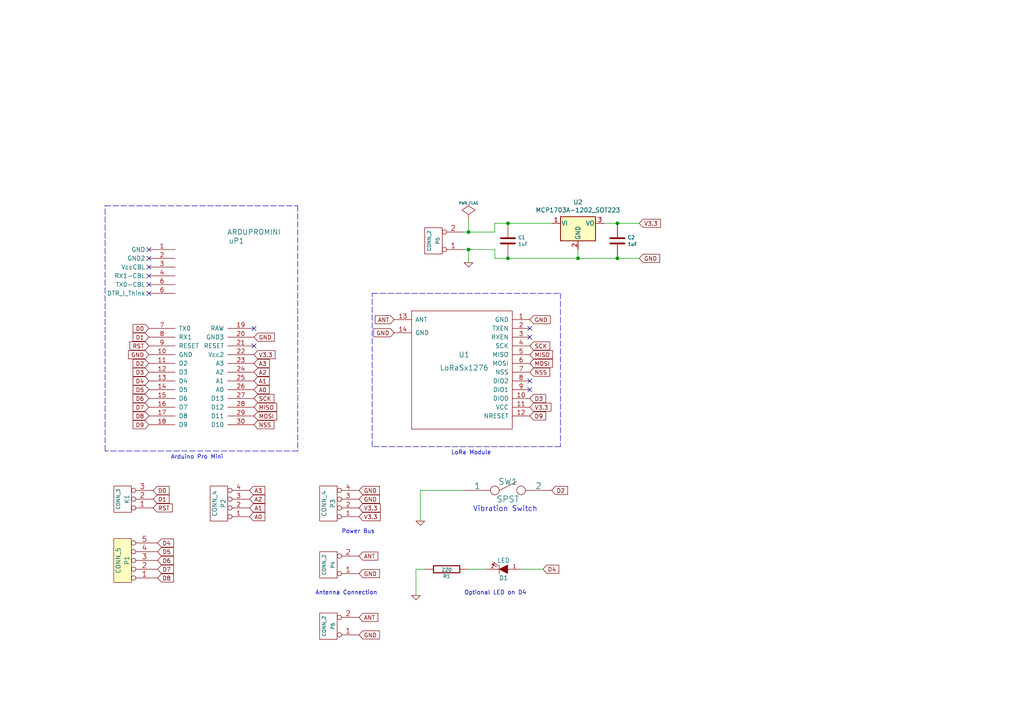
<source format=kicad_sch>
(kicad_sch (version 20231120) (generator "eeschema") (generator_version "8.0")
  (paper "A4")
  (title_block (title "RatTrapSensorPCB") (date "2020-06-30") (rev "1.3") (company "Quentin McDonald") (comment 1 "PCB for transmitter of LoRa rat trap sensor"))
  (lib_symbols
    (symbol "DQM:ARDUPROMINI" (pin_names (offset 1.016))
      (property "Reference" "uP" (at -5.08 -2.54 0))
      (property "Value" "ARDUPROMINI" (at 0 0 0))
      (symbol "ARDUPROMINI_1_1"
        (pin unspecified line (at -22.86 -5.08 180) (length 7.62) (name "GND") (number "1"))
        (pin unspecified line (at -30.48 -35.56 0) (length 7.62) (name "GND") (number "10"))
        (pin bidirectional line (at -30.48 -38.1 0) (length 7.62) (name "D2") (number "11"))
        (pin bidirectional line (at -30.48 -40.64 0) (length 7.62) (name "D3") (number "12"))
        (pin bidirectional line (at -30.48 -43.18 0) (length 7.62) (name "D4") (number "13"))
        (pin bidirectional line (at -30.48 -45.72 0) (length 7.62) (name "D5") (number "14"))
        (pin bidirectional line (at -30.48 -48.26 0) (length 7.62) (name "D6") (number "15"))
        (pin bidirectional line (at -30.48 -50.8 0) (length 7.62) (name "D7") (number "16"))
        (pin bidirectional line (at -30.48 -53.34 0) (length 7.62) (name "D8") (number "17"))
        (pin bidirectional line (at -30.48 -55.88 0) (length 7.62) (name "D9") (number "18"))
        (pin unspecified line (at 0 -27.94 180) (length 7.62) (name "RAW") (number "19"))
        (pin unspecified line (at -22.86 -7.62 180) (length 7.62) (name "GND2") (number "2"))
        (pin unspecified line (at 0 -30.48 180) (length 7.62) (name "GND3") (number "20"))
        (pin input line (at 0 -33.02 180) (length 7.62) (name "RESET") (number "21"))
        (pin unspecified line (at 0 -35.56 180) (length 7.62) (name "Vcc2") (number "22"))
        (pin bidirectional line (at 0 -38.1 180) (length 7.62) (name "A3") (number "23"))
        (pin bidirectional line (at 0 -40.64 180) (length 7.62) (name "A2") (number "24"))
        (pin bidirectional line (at 0 -43.18 180) (length 7.62) (name "A1") (number "25"))
        (pin bidirectional line (at 0 -45.72 180) (length 7.62) (name "A0") (number "26"))
        (pin bidirectional line (at 0 -48.26 180) (length 7.62) (name "D13") (number "27"))
        (pin input line (at 0 -50.8 180) (length 7.62) (name "D12") (number "28"))
        (pin bidirectional line (at 0 -53.34 180) (length 7.62) (name "D11") (number "29"))
        (pin power_in line (at -22.86 -10.16 180) (length 7.62) (name "VccCBL") (number "3"))
        (pin bidirectional line (at 0 -55.88 180) (length 7.62) (name "D10") (number "30"))
        (pin unspecified line (at -22.86 -12.7 180) (length 7.62) (name "RX1-CBL") (number "4"))
        (pin unspecified line (at -22.86 -17.78 180) (length 7.62) (name "DTR_I_Think") (number "6"))
        (pin unspecified line (at -22.86 -15.24 180) (length 7.62) (name "TX0-CBL") (number "6"))
        (pin bidirectional line (at -30.48 -27.94 0) (length 7.62) (name "TX0") (number "7"))
        (pin bidirectional line (at -30.48 -30.48 0) (length 7.62) (name "RX1") (number "8"))
        (pin input line (at -30.48 -33.02 0) (length 7.62) (name "RESET") (number "9"))
      )
    )
    (symbol "DQM:LoRaSx1276" (pin_names (offset 1.016))
      (property "Reference" "U" (at 0 0 0))
      (property "Value" "LoRaSx1276" (at 0 -2.54 0))
      (symbol "LoRaSx1276_0_1"
        (rectangle (start 13.97 16.51) (end -15.24 -17.78))
      )
      (symbol "LoRaSx1276_1_1"
        (pin input line (at 19.05 13.97 180) (length 5.08) (name "GND") (number "1"))
        (pin input line (at 19.05 -8.89 180) (length 5.08) (name "DIO0") (number "10"))
        (pin input line (at 19.05 -11.43 180) (length 5.08) (name "VCC") (number "11"))
        (pin input line (at 19.05 -13.97 180) (length 5.08) (name "NRESET") (number "12"))
        (pin input line (at -20.32 13.97 0) (length 5.08) (name "ANT") (number "13"))
        (pin input line (at -20.32 10.16 0) (length 5.08) (name "GND") (number "14"))
        (pin input line (at 19.05 11.43 180) (length 5.08) (name "TXEN") (number "2"))
        (pin input line (at 19.05 8.89 180) (length 5.08) (name "RXEN") (number "3"))
        (pin input line (at 19.05 6.35 180) (length 5.08) (name "SCK") (number "4"))
        (pin input line (at 19.05 3.81 180) (length 5.08) (name "MISO") (number "5"))
        (pin input line (at 19.05 1.27 180) (length 5.08) (name "MOSI") (number "6"))
        (pin input line (at 19.05 -1.27 180) (length 5.08) (name "NSS") (number "7"))
        (pin input line (at 19.05 -3.81 180) (length 5.08) (name "DIO2") (number "8"))
        (pin input line (at 19.05 -6.35 180) (length 5.08) (name "DIO1") (number "9"))
      )
    )
    (symbol "RatTrapSensorPCB-rescue:C-device" (pin_numbers hide) (pin_names (offset 0.254))
      (property "Reference" "C" (at 0 2.54 0))
      (property "Value" "device_C" (at 0.1524 -2.159 0))
      (symbol "C-device_0_1"
        (polyline (pts (xy -2.032 -0.762) (xy 2.032 -0.762)) (stroke (width 0.508)))
        (polyline (pts (xy -2.032 0.762) (xy 2.032 0.762)) (stroke (width 0.508)))
      )
      (symbol "C-device_1_1"
        (pin passive line (at 0 5.08 270) (length 4.318) (name "~") (number "1"))
        (pin passive line (at 0 -5.08 90) (length 4.318) (name "~") (number "2"))
      )
    )
    (symbol "RatTrapSensorPCB-rescue:MCP1703A-1202_SOT223-Regulator_Linear" (pin_names (offset 0.254))
      (property "Reference" "U" (at -3.81 3.175 0))
      (property "Value" "Regulator_Linear_MCP1703A-1202_SOT223" (at 0 3.175 0))
      (symbol "MCP1703A-1202_SOT223-Regulator_Linear_0_1"
        (rectangle (start -5.08 -5.08) (end 5.08 1.905) (stroke (width 0.254)) (fill (type background)))
      )
      (symbol "MCP1703A-1202_SOT223-Regulator_Linear_1_1"
        (pin power_in line (at -7.62 0 0) (length 2.54) (name "VI") (number "1"))
        (pin power_in line (at 0 -7.62 90) (length 2.54) (name "GND") (number "2"))
        (pin power_out line (at 7.62 0 180) (length 2.54) (name "VO") (number "3"))
      )
    )
    (symbol "conn:CONN_2" (pin_names (offset 1.016) hide)
      (property "Reference" "P" (at -1.27 0 90))
      (property "Value" "CONN_2" (at 1.27 0 90))
      (symbol "CONN_2_0_1"
        (rectangle (start -2.54 3.81) (end 2.54 -3.81))
      )
      (symbol "CONN_2_1_1"
        (pin power_out inverted (at -8.89 2.54 0) (length 6.35) (name "VCC") (number "1"))
        (pin power_out inverted (at -8.89 -2.54 0) (length 6.35) (name "GND") (number "2"))
      )
    )
    (symbol "conn:CONN_3" (pin_names (offset 1.016) hide)
      (property "Reference" "K" (at -1.27 0 90))
      (property "Value" "CONN_3" (at 1.27 0 90))
      (symbol "CONN_3_0_1"
        (rectangle (start -2.54 3.81) (end 2.54 -3.81))
      )
      (symbol "CONN_3_1_1"
        (pin passive inverted (at -8.89 2.54 0) (length 6.35) (name "P1") (number "1"))
        (pin passive inverted (at -8.89 0 0) (length 6.35) (name "PM") (number "2"))
        (pin passive inverted (at -8.89 -2.54 0) (length 6.35) (name "P3") (number "3"))
      )
    )
    (symbol "conn:CONN_4" (pin_names (offset 1.016) hide)
      (property "Reference" "P" (at -1.27 0 90))
      (property "Value" "CONN_4" (at 1.27 0 90))
      (symbol "CONN_4_0_1"
        (rectangle (start -2.54 5.08) (end 2.54 -5.08))
      )
      (symbol "CONN_4_1_1"
        (pin passive inverted (at -8.89 3.81 0) (length 6.35) (name "P1") (number "1"))
        (pin passive inverted (at -8.89 1.27 0) (length 6.35) (name "P2") (number "2"))
        (pin passive inverted (at -8.89 -1.27 0) (length 6.35) (name "P3") (number "3"))
        (pin passive inverted (at -8.89 -3.81 0) (length 6.35) (name "P4") (number "4"))
      )
    )
    (symbol "conn:CONN_5" (pin_names (offset 1.016))
      (property "Reference" "P" (at -1.27 0 90))
      (property "Value" "CONN_5" (at 1.27 0 90))
      (symbol "CONN_5_0_1"
        (rectangle (start -2.54 6.35) (end 2.54 -6.35) (fill (type background)))
      )
      (symbol "CONN_5_1_1"
        (pin passive inverted (at -10.16 5.08 0) (length 7.62) (name "~") (number "1"))
        (pin passive inverted (at -10.16 2.54 0) (length 7.62) (name "~") (number "2"))
        (pin passive inverted (at -10.16 0 0) (length 7.62) (name "~") (number "3"))
        (pin passive inverted (at -10.16 -2.54 0) (length 7.62) (name "~") (number "4"))
        (pin passive inverted (at -10.16 -5.08 0) (length 7.62) (name "~") (number "5"))
      )
    )
    (symbol "device:LED" (pin_names (offset 1.016) hide)
      (property "Reference" "D" (at 0 2.54 0))
      (property "Value" "LED" (at 0 -2.54 0))
      (symbol "LED_0_1"
        (polyline (pts (xy 1.27 1.27) (xy 1.27 -1.27)))
        (polyline (pts (xy -1.27 1.27) (xy 1.27 0) (xy -1.27 -1.27)) (fill (type outline)))
        (polyline (pts (xy 1.651 -1.016) (xy 2.794 -2.032) (xy 2.667 -1.397)))
        (polyline (pts (xy 2.032 -0.635) (xy 3.175 -1.651) (xy 3.048 -1.016)))
      )
      (symbol "LED_1_1"
        (pin passive line (at -5.08 0 0) (length 3.81) (name "A") (number "1"))
        (pin passive line (at 5.08 0 180) (length 3.81) (name "K") (number "2"))
      )
    )
    (symbol "device:R" (pin_numbers hide) (pin_names (offset 0))
      (property "Reference" "R" (at 2.032 0 90))
      (property "Value" "R" (at 0.1778 0.0254 90))
      (symbol "R_0_1"
        (rectangle (start -1.016 3.81) (end 1.016 -3.81) (stroke (width 0.3048)))
      )
      (symbol "R_1_1"
        (pin passive line (at 0 6.35 270) (length 2.54) (name "~") (number "1"))
        (pin passive line (at 0 -6.35 90) (length 2.54) (name "~") (number "2"))
      )
    )
    (symbol "device:SPST" (pin_numbers hide) (pin_names (offset 0))
      (property "Reference" "SW" (at 0 2.54 0))
      (property "Value" "SPST" (at 0 -2.54 0))
      (symbol "SPST_0_0"
        (circle (center -3.81 0) (radius 1.27))
        (polyline (pts (xy -2.54 0) (xy 2.54 2.54)))
        (circle (center 3.81 0) (radius 1.27))
      )
      (symbol "SPST_1_1"
        (pin input line (at -12.7 0 0) (length 7.62) (name "1") (number "1"))
        (pin input line (at 12.7 0 180) (length 7.62) (name "2") (number "2"))
      )
    )
    (symbol "power1:GND" (power) (pin_names (offset 0))
      (symbol "GND_0_1"
        (polyline (pts (xy -1.27 0) (xy 0 -1.27) (xy 1.27 0) (xy -1.27 0)))
      )
      (symbol "GND_1_1"
        (pin power_in line (at 0 0 90) (length 0) hide (name "GND") (number "1"))
      )
    )
    (symbol "power1:PWR_FLAG" (power) (pin_numbers hide) (pin_names (offset 0) hide)
      (property "Value" "PWR_FLAG" (at 0 4.572 0))
      (symbol "PWR_FLAG_0_0"
        (pin power_out line (at 0 0 90) (length 0) (name "pwr") (number "1"))
      )
      (symbol "PWR_FLAG_0_1"
        (polyline (pts (xy 0 0) (xy 0 1.27) (xy -1.905 2.54) (xy 0 3.81) (xy 1.905 2.54) (xy 0 1.27)))
      )
    )
  )
  (junction (at 179.07 64.77))
  (junction (at 135.89 67.31))
  (junction (at 179.07 74.93))
  (junction (at 147.32 74.93))
  (junction (at 147.32 64.77))
  (junction (at 135.89 72.39))
  (junction (at 167.64 74.93))
  (no_connect (at 43.18 85.09))
  (no_connect (at 73.66 95.25))
  (no_connect (at 153.67 110.49))
  (no_connect (at 153.67 95.25))
  (no_connect (at 43.18 72.39))
  (no_connect (at 73.66 100.33))
  (no_connect (at 43.18 74.93))
  (no_connect (at 43.18 82.55))
  (no_connect (at 153.67 113.03))
  (no_connect (at 153.67 97.79))
  (no_connect (at 43.18 80.01))
  (no_connect (at 43.18 77.47))
  (wire (pts (xy 121.92 142.24) (xy 121.92 151.13)))
  (wire (pts (xy 151.13 165.1) (xy 157.48 165.1)))
  (wire (pts (xy 134.62 67.31) (xy 135.89 67.31)))
  (polyline (pts (xy 162.56 85.09) (xy 162.56 129.54)) (stroke (width 0) (type dash)))
  (polyline (pts (xy 30.48 59.69) (xy 86.36 59.69)) (stroke (width 0) (type dash)))
  (wire (pts (xy 135.89 67.31) (xy 143.51 67.31)))
  (wire (pts (xy 143.51 72.39) (xy 143.51 74.93)))
  (wire (pts (xy 167.64 74.93) (xy 179.07 74.93)))
  (wire (pts (xy 175.26 64.77) (xy 179.07 64.77)))
  (polyline (pts (xy 30.48 130.81) (xy 30.48 59.69)) (stroke (width 0) (type dash)))
  (wire (pts (xy 135.89 72.39) (xy 135.89 76.2)))
  (polyline (pts (xy 86.36 130.81) (xy 30.48 130.81)) (stroke (width 0) (type dash)))
  (wire (pts (xy 179.07 64.77) (xy 185.42 64.77)))
  (wire (pts (xy 134.62 142.24) (xy 121.92 142.24)))
  (wire (pts (xy 135.89 72.39) (xy 143.51 72.39)))
  (wire (pts (xy 120.65 165.1) (xy 120.65 172.72)))
  (wire (pts (xy 135.89 67.31) (xy 135.89 63.5)))
  (polyline (pts (xy 107.95 129.54) (xy 107.95 85.09)) (stroke (width 0) (type dash)))
  (wire (pts (xy 147.32 64.77) (xy 160.02 64.77)))
  (wire (pts (xy 167.64 74.93) (xy 167.64 72.39)))
  (polyline (pts (xy 86.36 59.69) (xy 86.36 130.81)) (stroke (width 0) (type dash)))
  (wire (pts (xy 143.51 74.93) (xy 147.32 74.93)))
  (wire (pts (xy 143.51 67.31) (xy 143.51 64.77)))
  (wire (pts (xy 134.62 72.39) (xy 135.89 72.39)))
  (polyline (pts (xy 162.56 129.54) (xy 107.95 129.54)) (stroke (width 0) (type dash)))
  (polyline (pts (xy 107.95 85.09) (xy 162.56 85.09)) (stroke (width 0) (type dash)))
  (wire (pts (xy 123.19 165.1) (xy 120.65 165.1)))
  (wire (pts (xy 143.51 64.77) (xy 147.32 64.77)))
  (wire (pts (xy 147.32 74.93) (xy 167.64 74.93)))
  (wire (pts (xy 179.07 74.93) (xy 185.42 74.93)))
  (wire (pts (xy 135.89 165.1) (xy 140.97 165.1)))
  (text "Antenna Connection" (at 91.44 172.72 0) (effects (font (size 1.1938 1.1938)) (justify left bottom)))
  (text "Vibration Switch" (at 137.16 148.59 0) (effects (font (size 1.524 1.524)) (justify left bottom)))
  (text "Arduino Pro Mini" (at 49.53 133.35 0) (effects (font (size 1.1938 1.1938)) (justify left bottom)))
  (text "Optional LED on D4" (at 134.62 172.72 0) (effects (font (size 1.1938 1.1938)) (justify left bottom)))
  (text "Power Bus" (at 99.06 154.94 0) (effects (font (size 1.1938 1.1938)) (justify left bottom)))
  (text "LoRa Module" (at 130.81 132.08 0) (effects (font (size 1.1938 1.1938)) (justify left bottom)))
  (global_label "D0" (shape input) (at 44.45 142.24 0) (effects (font (size 1.1938 1.1938))) (property "Intersheetrefs" "${INTERSHEET_REFS}" (effects (hide yes))))
  (global_label "A2" (shape input) (at 72.39 144.78 0) (effects (font (size 1.1938 1.1938))) (property "Intersheetrefs" "${INTERSHEET_REFS}" (effects (hide yes))))
  (global_label "A0" (shape input) (at 72.39 149.86 0) (effects (font (size 1.1938 1.1938))) (property "Intersheetrefs" "${INTERSHEET_REFS}" (effects (hide yes))))
  (global_label "ANT" (shape input) (at 104.14 161.29 0) (effects (font (size 1.1938 1.1938))) (property "Intersheetrefs" "${INTERSHEET_REFS}" (effects (hide yes))))
  (global_label "D5" (shape input) (at 43.18 113.03 180) (effects (font (size 1.1938 1.1938))) (property "Intersheetrefs" "${INTERSHEET_REFS}" (effects (hide yes))))
  (global_label "V3.3" (shape input) (at 104.14 149.86 0) (effects (font (size 1.1938 1.1938))) (property "Intersheetrefs" "${INTERSHEET_REFS}" (effects (hide yes))))
  (global_label "D1" (shape input) (at 44.45 144.78 0) (effects (font (size 1.1938 1.1938))) (property "Intersheetrefs" "${INTERSHEET_REFS}" (effects (hide yes))))
  (global_label "RST" (shape input) (at 44.45 147.32 0) (effects (font (size 1.1938 1.1938))) (property "Intersheetrefs" "${INTERSHEET_REFS}" (effects (hide yes))))
  (global_label "A1" (shape input) (at 72.39 147.32 0) (effects (font (size 1.1938 1.1938))) (property "Intersheetrefs" "${INTERSHEET_REFS}" (effects (hide yes))))
  (global_label "V3.3" (shape input) (at 153.67 118.11 0) (effects (font (size 1.1938 1.1938))) (property "Intersheetrefs" "${INTERSHEET_REFS}" (effects (hide yes))))
  (global_label "SCK" (shape input) (at 73.66 115.57 0) (effects (font (size 1.1938 1.1938))) (property "Intersheetrefs" "${INTERSHEET_REFS}" (effects (hide yes))))
  (global_label "GND" (shape input) (at 185.42 74.93 0) (effects (font (size 1.1938 1.1938))) (property "Intersheetrefs" "${INTERSHEET_REFS}" (effects (hide yes))))
  (global_label "NSS" (shape input) (at 73.66 123.19 0) (effects (font (size 1.1938 1.1938))) (property "Intersheetrefs" "${INTERSHEET_REFS}" (effects (hide yes))))
  (global_label "V3.3" (shape input) (at 185.42 64.77 0) (effects (font (size 1.1938 1.1938))) (property "Intersheetrefs" "${INTERSHEET_REFS}" (effects (hide yes))))
  (global_label "D9" (shape input) (at 153.67 120.65 0) (effects (font (size 1.1938 1.1938))) (property "Intersheetrefs" "${INTERSHEET_REFS}" (effects (hide yes))))
  (global_label "MOSI" (shape input) (at 153.67 105.41 0) (effects (font (size 1.1938 1.1938))) (property "Intersheetrefs" "${INTERSHEET_REFS}" (effects (hide yes))))
  (global_label "GND" (shape input) (at 104.14 142.24 0) (effects (font (size 1.1938 1.1938))) (property "Intersheetrefs" "${INTERSHEET_REFS}" (effects (hide yes))))
  (global_label "GND" (shape input) (at 104.14 144.78 0) (effects (font (size 1.1938 1.1938))) (property "Intersheetrefs" "${INTERSHEET_REFS}" (effects (hide yes))))
  (global_label "RST" (shape input) (at 43.18 100.33 180) (effects (font (size 1.1938 1.1938))) (property "Intersheetrefs" "${INTERSHEET_REFS}" (effects (hide yes))))
  (global_label "D7" (shape input) (at 43.18 118.11 180) (effects (font (size 1.1938 1.1938))) (property "Intersheetrefs" "${INTERSHEET_REFS}" (effects (hide yes))))
  (global_label "D4" (shape input) (at 45.72 157.48 0) (effects (font (size 1.1938 1.1938))) (property "Intersheetrefs" "${INTERSHEET_REFS}" (effects (hide yes))))
  (global_label "D9" (shape input) (at 43.18 123.19 180) (effects (font (size 1.1938 1.1938))) (property "Intersheetrefs" "${INTERSHEET_REFS}" (effects (hide yes))))
  (global_label "MOSI" (shape input) (at 73.66 120.65 0) (effects (font (size 1.1938 1.1938))) (property "Intersheetrefs" "${INTERSHEET_REFS}" (effects (hide yes))))
  (global_label "V3.3" (shape input) (at 104.14 147.32 0) (effects (font (size 1.1938 1.1938))) (property "Intersheetrefs" "${INTERSHEET_REFS}" (effects (hide yes))))
  (global_label "D1" (shape input) (at 43.18 97.79 180) (effects (font (size 1.1938 1.1938))) (property "Intersheetrefs" "${INTERSHEET_REFS}" (effects (hide yes))))
  (global_label "A3" (shape input) (at 73.66 105.41 0) (effects (font (size 1.1938 1.1938))) (property "Intersheetrefs" "${INTERSHEET_REFS}" (effects (hide yes))))
  (global_label "ANT" (shape input) (at 114.3 92.71 180) (effects (font (size 1.1938 1.1938))) (property "Intersheetrefs" "${INTERSHEET_REFS}" (effects (hide yes))))
  (global_label "GND" (shape input) (at 114.3 96.52 180) (effects (font (size 1.1938 1.1938))) (property "Intersheetrefs" "${INTERSHEET_REFS}" (effects (hide yes))))
  (global_label "D3" (shape input) (at 153.67 115.57 0) (effects (font (size 1.1938 1.1938))) (property "Intersheetrefs" "${INTERSHEET_REFS}" (effects (hide yes))))
  (global_label "MISO" (shape input) (at 73.66 118.11 0) (effects (font (size 1.1938 1.1938))) (property "Intersheetrefs" "${INTERSHEET_REFS}" (effects (hide yes))))
  (global_label "GND" (shape input) (at 104.14 184.15 0) (effects (font (size 1.1938 1.1938))) (property "Intersheetrefs" "${INTERSHEET_REFS}" (effects (hide yes))))
  (global_label "GND" (shape input) (at 43.18 102.87 180) (effects (font (size 1.1938 1.1938))) (property "Intersheetrefs" "${INTERSHEET_REFS}" (effects (hide yes))))
  (global_label "D2" (shape input) (at 43.18 105.41 180) (effects (font (size 1.1938 1.1938))) (property "Intersheetrefs" "${INTERSHEET_REFS}" (effects (hide yes))))
  (global_label "D4" (shape input) (at 43.18 110.49 180) (effects (font (size 1.1938 1.1938))) (property "Intersheetrefs" "${INTERSHEET_REFS}" (effects (hide yes))))
  (global_label "GND" (shape input) (at 153.67 92.71 0) (effects (font (size 1.1938 1.1938))) (property "Intersheetrefs" "${INTERSHEET_REFS}" (effects (hide yes))))
  (global_label "A2" (shape input) (at 73.66 107.95 0) (effects (font (size 1.1938 1.1938))) (property "Intersheetrefs" "${INTERSHEET_REFS}" (effects (hide yes))))
  (global_label "SCK" (shape input) (at 153.67 100.33 0) (effects (font (size 1.1938 1.1938))) (property "Intersheetrefs" "${INTERSHEET_REFS}" (effects (hide yes))))
  (global_label "ANT" (shape input) (at 104.14 179.07 0) (effects (font (size 1.1938 1.1938))) (property "Intersheetrefs" "${INTERSHEET_REFS}" (effects (hide yes))))
  (global_label "GND" (shape input) (at 104.14 166.37 0) (effects (font (size 1.1938 1.1938))) (property "Intersheetrefs" "${INTERSHEET_REFS}" (effects (hide yes))))
  (global_label "NSS" (shape input) (at 153.67 107.95 0) (effects (font (size 1.1938 1.1938))) (property "Intersheetrefs" "${INTERSHEET_REFS}" (effects (hide yes))))
  (global_label "V3.3" (shape input) (at 73.66 102.87 0) (effects (font (size 1.1938 1.1938))) (property "Intersheetrefs" "${INTERSHEET_REFS}" (effects (hide yes))))
  (global_label "GND" (shape input) (at 73.66 97.79 0) (effects (font (size 1.1938 1.1938))) (property "Intersheetrefs" "${INTERSHEET_REFS}" (effects (hide yes))))
  (global_label "D2" (shape input) (at 160.02 142.24 0) (effects (font (size 1.1938 1.1938))) (property "Intersheetrefs" "${INTERSHEET_REFS}" (effects (hide yes))))
  (global_label "A3" (shape input) (at 72.39 142.24 0) (effects (font (size 1.1938 1.1938))) (property "Intersheetrefs" "${INTERSHEET_REFS}" (effects (hide yes))))
  (global_label "D3" (shape input) (at 43.18 107.95 180) (effects (font (size 1.1938 1.1938))) (property "Intersheetrefs" "${INTERSHEET_REFS}" (effects (hide yes))))
  (global_label "A0" (shape input) (at 73.66 113.03 0) (effects (font (size 1.1938 1.1938))) (property "Intersheetrefs" "${INTERSHEET_REFS}" (effects (hide yes))))
  (global_label "MISO" (shape input) (at 153.67 102.87 0) (effects (font (size 1.1938 1.1938))) (property "Intersheetrefs" "${INTERSHEET_REFS}" (effects (hide yes))))
  (global_label "D0" (shape input) (at 43.18 95.25 180) (effects (font (size 1.1938 1.1938))) (property "Intersheetrefs" "${INTERSHEET_REFS}" (effects (hide yes))))
  (global_label "D8" (shape input) (at 43.18 120.65 180) (effects (font (size 1.1938 1.1938))) (property "Intersheetrefs" "${INTERSHEET_REFS}" (effects (hide yes))))
  (global_label "D8" (shape input) (at 45.72 167.64 0) (effects (font (size 1.1938 1.1938))) (property "Intersheetrefs" "${INTERSHEET_REFS}" (effects (hide yes))))
  (global_label "D4" (shape input) (at 157.48 165.1 0) (effects (font (size 1.1938 1.1938))) (property "Intersheetrefs" "${INTERSHEET_REFS}" (effects (hide yes))))
  (global_label "D7" (shape input) (at 45.72 165.1 0) (effects (font (size 1.1938 1.1938))) (property "Intersheetrefs" "${INTERSHEET_REFS}" (effects (hide yes))))
  (global_label "D6" (shape input) (at 45.72 162.56 0) (effects (font (size 1.1938 1.1938))) (property "Intersheetrefs" "${INTERSHEET_REFS}" (effects (hide yes))))
  (global_label "D6" (shape input) (at 43.18 115.57 180) (effects (font (size 1.1938 1.1938))) (property "Intersheetrefs" "${INTERSHEET_REFS}" (effects (hide yes))))
  (global_label "A1" (shape input) (at 73.66 110.49 0) (effects (font (size 1.1938 1.1938))) (property "Intersheetrefs" "${INTERSHEET_REFS}" (effects (hide yes))))
  (global_label "D5" (shape input) (at 45.72 160.02 0) (effects (font (size 1.1938 1.1938))) (property "Intersheetrefs" "${INTERSHEET_REFS}" (effects (hide yes))))
  (symbol (lib_id "DQM:ARDUPROMINI") (at 73.66 67.31 0) (unit 1)
    (property "Reference" "uP1" (at 68.58 69.85 0) (effects (font (size 1.524 1.524))))
    (property "Value" "ARDUPROMINI" (at 73.66 67.31 0) (effects (font (size 1.524 1.524))))
    (property "Footprint" "DQM_kicad_new:ArduProMini" (effects (hide yes)))
  )
  (symbol (lib_id "device:SPST") (at 147.32 142.24 0) (unit 1)
    (property "Reference" "SW1" (at 147.32 139.7 0) (effects (font (size 1.778 1.778))))
    (property "Value" "SPST" (at 147.32 144.78 0) (effects (font (size 1.778 1.778))))
    (property "Footprint" "Pin_Headers:Pin_Header_Straight_1x02_Pitch2.54mm" (effects (hide yes)))
  )
  (symbol (lib_id "power1:GND") (at 121.92 151.13 0) (unit 1)
    (property "Reference" "#PWR01" (effects (hide yes)))
    (property "Value" "GND" (effects (hide yes)))
  )
  (symbol (lib_id "DQM:LoRaSx1276") (at 134.62 106.68 0) (unit 1)
    (property "Reference" "U1" (at 134.62 102.87 0) (effects (font (size 1.524 1.524))))
    (property "Value" "LoRaSx1276" (at 134.62 106.68 0) (effects (font (size 1.524 1.524))))
    (property "Footprint" "DQM_kicad_new:LoRaSx1276" (effects (hide yes)))
  )
  (symbol (lib_id "conn:CONN_2") (at 125.73 69.85 180) (unit 1)
    (property "Reference" "P5" (at 127 69.85 90) (effects (font (size 1.016 1.016))))
    (property "Value" "CONN_2" (at 124.46 69.85 90) (effects (font (size 1.016 1.016))))
    (property "Footprint" "Pin_Headers:Pin_Header_Straight_1x02_Pitch2.54mm" (effects (hide yes)))
  )
  (symbol (lib_id "conn:CONN_3") (at 35.56 144.78 180) (unit 1)
    (property "Reference" "K1" (at 36.83 144.78 90))
    (property "Value" "CONN_3" (at 34.29 144.78 90) (effects (font (size 1.016 1.016))))
    (property "Footprint" "Pin_Headers:Pin_Header_Straight_1x03_Pitch2.54mm" (effects (hide yes)))
  )
  (symbol (lib_id "conn:CONN_5") (at 35.56 162.56 180) (unit 1)
    (property "Reference" "P1" (at 36.83 162.56 90))
    (property "Value" "CONN_5" (at 34.29 162.56 90))
    (property "Footprint" "Pin_Headers:Pin_Header_Straight_1x05_Pitch2.54mm" (effects (hide yes)))
  )
  (symbol (lib_id "conn:CONN_4") (at 63.5 146.05 180) (unit 1)
    (property "Reference" "P2" (at 64.77 146.05 90))
    (property "Value" "CONN_4" (at 62.23 146.05 90))
    (property "Footprint" "Pin_Headers:Pin_Header_Straight_1x04_Pitch2.54mm" (effects (hide yes)))
  )
  (symbol (lib_id "power1:GND") (at 135.89 76.2 0) (unit 1)
    (property "Reference" "#PWR02" (effects (hide yes)))
    (property "Value" "GND" (effects (hide yes)))
  )
  (symbol (lib_id "power1:PWR_FLAG") (at 135.89 63.5 0) (unit 1)
    (property "Reference" "#FLG03" (effects (hide yes)))
    (property "Value" "PWR_FLAG" (at 135.89 58.928 0) (effects (font (size 0.762 0.762))))
  )
  (symbol (lib_id "conn:CONN_4") (at 95.25 146.05 180) (unit 1)
    (property "Reference" "P3" (at 96.52 146.05 90))
    (property "Value" "CONN_4" (at 93.98 146.05 90))
    (property "Footprint" "Pin_Headers:Pin_Header_Straight_1x04_Pitch2.54mm" (effects (hide yes)))
  )
  (symbol (lib_id "device:R") (at 129.54 165.1 270) (unit 1)
    (property "Reference" "R1" (at 129.54 167.132 90) (effects (font (size 1.016 1.016))))
    (property "Value" "220" (at 129.5654 165.2778 90) (effects (font (size 1.016 1.016))))
    (property "Footprint" "Resistors_SMD:R_0805_HandSoldering" (effects (hide yes)))
  )
  (symbol (lib_id "device:LED") (at 146.05 165.1 180) (unit 1)
    (property "Reference" "D1" (at 146.05 167.64 0))
    (property "Value" "LED" (at 146.05 162.56 0))
    (property "Footprint" "Resistors_SMD:R_0805_HandSoldering" (effects (hide yes)))
  )
  (symbol (lib_id "power1:GND") (at 120.65 172.72 0) (unit 1)
    (property "Reference" "#PWR04" (effects (hide yes)))
    (property "Value" "GND" (effects (hide yes)))
  )
  (symbol (lib_id "conn:CONN_2") (at 95.25 163.83 180) (unit 1)
    (property "Reference" "P4" (at 96.52 163.83 90) (effects (font (size 1.016 1.016))))
    (property "Value" "CONN_2" (at 93.98 163.83 90) (effects (font (size 1.016 1.016))))
    (property "Footprint" "DQM_kicad_new:U.Fl_SMD" (effects (hide yes)))
  )
  (symbol (lib_id "conn:CONN_2") (at 95.25 181.61 180) (unit 1)
    (property "Reference" "P6" (at 96.52 181.61 90) (effects (font (size 1.016 1.016))))
    (property "Value" "CONN_2" (at 93.98 181.61 90) (effects (font (size 1.016 1.016))))
    (property "Footprint" "Pin_Headers:Pin_Header_Straight_1x02_Pitch2.54mm" (effects (hide yes)))
  )
  (symbol (lib_id "RatTrapSensorPCB-rescue:C-device") (at 147.32 69.85 0) (unit 1)
    (property "Reference" "C1" (at 150.241 68.8848 0) (effects (font (size 1.016 1.016)) (justify left)))
    (property "Value" "1uF" (at 150.241 70.8152 0) (effects (font (size 1.016 1.016)) (justify left)))
    (property "Footprint" "Capacitors_SMD:C_0805_HandSoldering" (effects (hide yes)))
  )
  (symbol (lib_id "RatTrapSensorPCB-rescue:MCP1703A-1202_SOT223-Regulator_Linear") (at 167.64 64.77 0) (unit 1)
    (property "Reference" "U2" (at 167.64 58.6232 0))
    (property "Value" "MCP1703A-1202_SOT223" (at 167.64 60.9346 0))
    (property "Footprint" "TO_SOT_Packages_SMD:SOT-223-3_TabPin2" (effects (hide yes)))
    (property "Datasheet" "http://ww1.microchip.com/downloads/en/DeviceDoc/20005122B.pdf" (effects (hide yes)))
  )
  (symbol (lib_id "RatTrapSensorPCB-rescue:C-device") (at 179.07 69.85 0) (unit 1)
    (property "Reference" "C2" (at 181.991 68.8848 0) (effects (font (size 1.016 1.016)) (justify left)))
    (property "Value" "1uF" (at 181.991 70.8152 0) (effects (font (size 1.016 1.016)) (justify left)))
    (property "Footprint" "Capacitors_SMD:C_0805_HandSoldering" (effects (hide yes)))
  )
)
</source>
